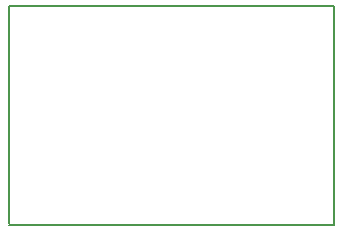
<source format=gm1>
G04 #@! TF.FileFunction,Profile,NP*
%FSLAX46Y46*%
G04 Gerber Fmt 4.6, Leading zero omitted, Abs format (unit mm)*
G04 Created by KiCad (PCBNEW 4.0.7) date 04/08/19 09:55:11*
%MOMM*%
%LPD*%
G01*
G04 APERTURE LIST*
%ADD10C,0.100000*%
%ADD11C,0.150000*%
G04 APERTURE END LIST*
D10*
D11*
X117424200Y-165125400D02*
X117424200Y-147599400D01*
X89890600Y-165963600D02*
X89890600Y-164769800D01*
X117424200Y-166116000D02*
X89890600Y-166116000D01*
X117424200Y-165125400D02*
X117424200Y-166116000D01*
X89890600Y-147599400D02*
X89890600Y-164973000D01*
X91948000Y-147599400D02*
X89890600Y-147599400D01*
X117411500Y-147599400D02*
X91948000Y-147599400D01*
M02*

</source>
